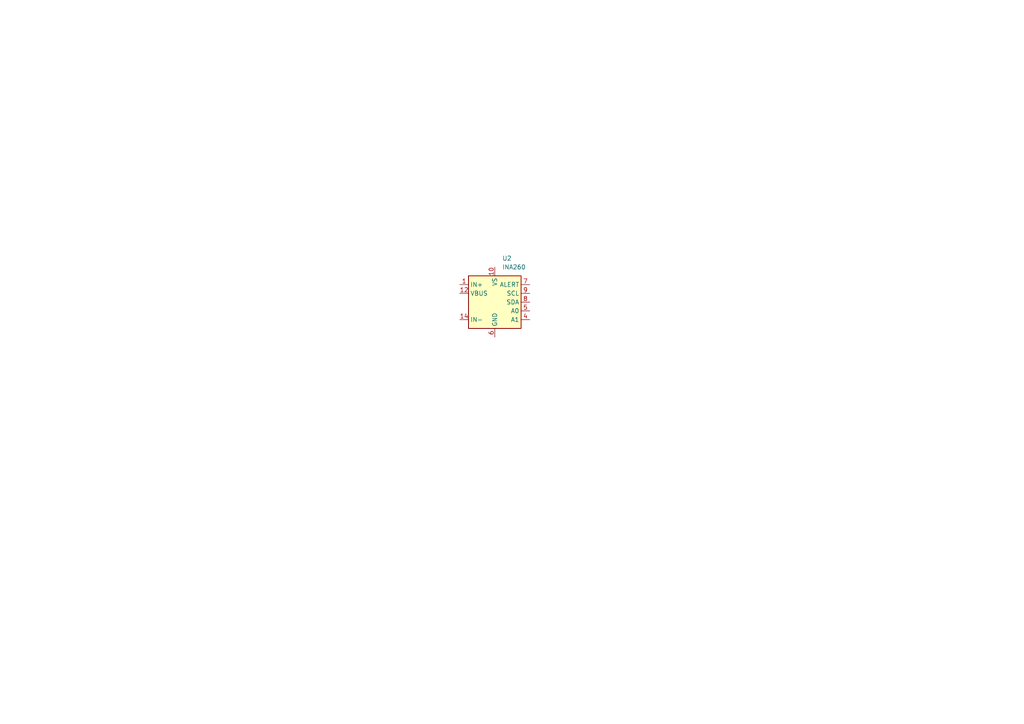
<source format=kicad_sch>
(kicad_sch (version 20250114) (generator "eeschema") (generator_version "9.0")
  (paper "A4")
  (lib_symbols
    (symbol "Sensor:INA260"
      (property "Reference" "U" (at -6.35 8.89 0))
      (property "Value" "INA260" (at 2.54 8.89 0))
      (symbol "INA260_0_1"
        (rectangle (start -7.62 7.62) (end 7.62 -7.62) (stroke (width 0.254)) (fill (type background)))
      )
      (symbol "INA260_1_1"
        (pin passive line (at -10.16 5.08 0) (length 2.54) (name "IN+") (number "1"))
        (pin passive line (at -10.16 5.08 0) (length 2.54) (hide yes) (name "IN+") (number "2"))
        (pin passive line (at -10.16 5.08 0) (length 2.54) (hide yes) (name "IN+") (number "3"))
        (pin passive line (at -10.16 2.54 0) (length 2.54) (name "VBUS") (number "12"))
        (pin passive line (at -10.16 -5.08 0) (length 2.54) (name "IN-") (number "14"))
        (pin passive line (at -10.16 -5.08 0) (length 2.54) (hide yes) (name "IN-") (number "15"))
        (pin passive line (at -10.16 -5.08 0) (length 2.54) (hide yes) (name "IN-") (number "16"))
        (pin power_in line (at 0 10.16 270) (length 2.54) (name "VS") (number "10"))
        (pin passive line (at 0 -10.16 90) (length 2.54) (hide yes) (name "GND") (number "11"))
        (pin power_in line (at 0 -10.16 90) (length 2.54) (name "GND") (number "6"))
        (pin no_connect line (at 2.54 -7.62 90) (length 2.54) (hide yes) (name "NC") (number "13"))
        (pin open_collector line (at 10.16 5.08 180) (length 2.54) (name "ALERT") (number "7"))
        (pin input line (at 10.16 2.54 180) (length 2.54) (name "SCL") (number "9"))
        (pin bidirectional line (at 10.16 0 180) (length 2.54) (name "SDA") (number "8"))
        (pin input line (at 10.16 -2.54 180) (length 2.54) (name "A0") (number "5"))
        (pin input line (at 10.16 -5.08 180) (length 2.54) (name "A1") (number "4"))
      )
    )
  )
  (symbol (lib_id "Sensor:INA260") (at 143.51 87.63 0) (unit 1)
    (property "Reference" "U2" (at 145.6533 74.93 0) (effects (justify left)))
    (property "Value" "INA260" (at 145.6533 77.47 0) (effects (justify left)))
    (property "Footprint" "Package_SO:TSSOP-16_4.4x5mm_P0.65mm" (effects (hide yes)))
    (property "Datasheet" "http://www.ti.com/lit/ds/symlink/ina260.pdf" (effects (hide yes)))
    (property "Description" "Current/power/voltage monitor with Integrated 2mΩ Shunt Resistor, 2.7V - 5.5V, I2C, TSSOP-16" (effects (hide yes)))
  )
)
</source>
